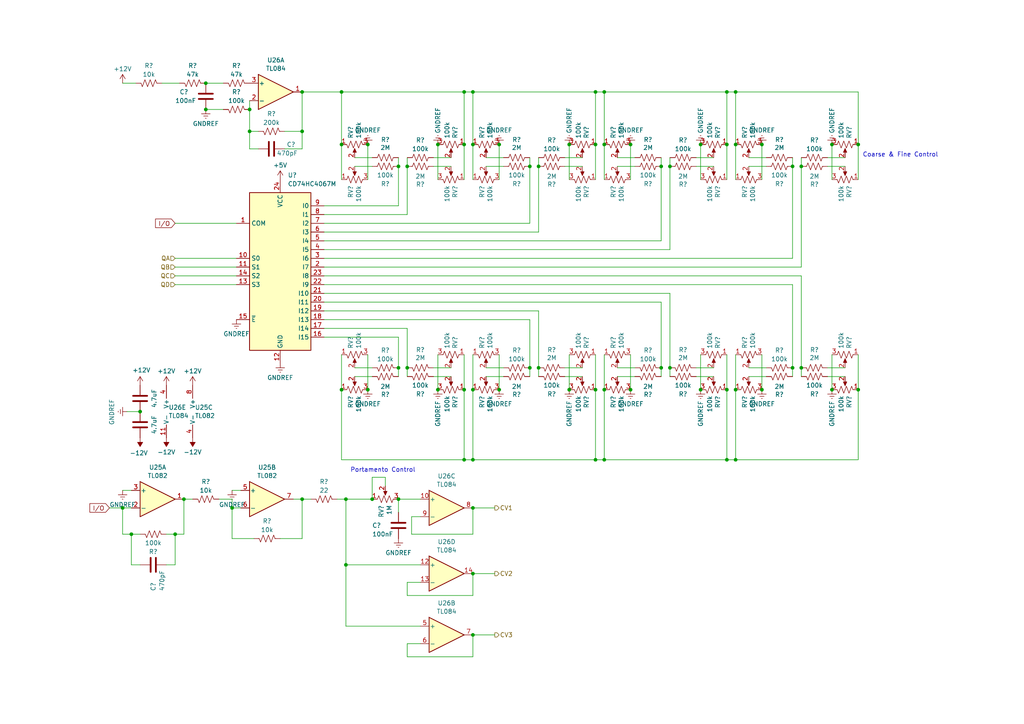
<source format=kicad_sch>
(kicad_sch (version 20230121) (generator eeschema)
  (paper "A4")
  (junction (at 248.92 113.03))
  (junction (at 106.68 41.91))
  (junction (at 191.77 48.26))
  (junction (at 165.1 113.03))
  (junction (at 137.16 166.37))
  (junction (at 144.78 41.91))
  (junction (at 134.62 133.35))
  (junction (at 137.16 41.91))
  (junction (at 137.16 184.15))
  (junction (at 220.98 41.91))
  (junction (at 210.82 113.03))
  (junction (at 99.06 113.03))
  (junction (at 213.36 41.91))
  (junction (at 87.63 26.67))
  (junction (at 175.26 113.03))
  (junction (at 115.57 144.78))
  (junction (at 115.57 106.68))
  (junction (at 229.87 48.26))
  (junction (at 127 41.91))
  (junction (at 172.72 113.03))
  (junction (at 172.72 26.67))
  (junction (at 99.06 41.91))
  (junction (at 203.2 113.03))
  (junction (at 194.31 106.68))
  (junction (at 172.72 41.91))
  (junction (at 134.62 41.91))
  (junction (at 137.16 113.03))
  (junction (at 106.68 113.03))
  (junction (at 137.16 133.35))
  (junction (at 241.3 41.91))
  (junction (at 175.26 41.91))
  (junction (at 87.63 144.78))
  (junction (at 107.95 144.78))
  (junction (at 248.92 41.91))
  (junction (at 59.69 24.13))
  (junction (at 137.16 26.67))
  (junction (at 153.67 48.26))
  (junction (at 182.88 41.91))
  (junction (at 134.62 113.03))
  (junction (at 210.82 26.67))
  (junction (at 165.1 41.91))
  (junction (at 194.31 48.26))
  (junction (at 220.98 113.03))
  (junction (at 229.87 106.68))
  (junction (at 203.2 41.91))
  (junction (at 38.1 154.94))
  (junction (at 50.8 154.94))
  (junction (at 118.11 48.26))
  (junction (at 87.63 38.1))
  (junction (at 156.21 48.26))
  (junction (at 153.67 106.68))
  (junction (at 59.69 31.75))
  (junction (at 127 113.03))
  (junction (at 232.41 48.26))
  (junction (at 67.31 147.32))
  (junction (at 182.88 113.03))
  (junction (at 175.26 26.67))
  (junction (at 115.57 48.26))
  (junction (at 134.62 26.67))
  (junction (at 156.21 106.68))
  (junction (at 118.11 106.68))
  (junction (at 241.3 113.03))
  (junction (at 232.41 106.68))
  (junction (at 100.33 144.78))
  (junction (at 72.39 31.75))
  (junction (at 210.82 133.35))
  (junction (at 72.39 38.1))
  (junction (at 210.82 41.91))
  (junction (at 100.33 163.83))
  (junction (at 172.72 133.35))
  (junction (at 191.77 106.68))
  (junction (at 99.06 26.67))
  (junction (at 175.26 133.35))
  (junction (at 213.36 133.35))
  (junction (at 213.36 26.67))
  (junction (at 144.78 113.03))
  (junction (at 40.64 119.38))
  (junction (at 213.36 113.03))
  (junction (at 137.16 147.32))
  (junction (at 35.56 147.32))
  (junction (at 53.34 144.78))
  (wire (pts (xy 201.93 45.72) (xy 207.01 45.72)))
  (wire (pts (xy 229.87 48.26) (xy 229.87 74.93)))
  (wire (pts (xy 50.8 163.83) (xy 50.8 154.94)))
  (wire (pts (xy 115.57 59.69) (xy 115.57 48.26)))
  (wire (pts (xy 194.31 45.72) (xy 194.31 48.26)))
  (wire (pts (xy 172.72 41.91) (xy 172.72 52.07)))
  (wire (pts (xy 115.57 106.68) (xy 115.57 109.22)))
  (wire (pts (xy 115.57 148.59) (xy 115.57 144.78)))
  (wire (pts (xy 134.62 113.03) (xy 134.62 102.87)))
  (wire (pts (xy 119.38 149.86) (xy 121.92 149.86)))
  (wire (pts (xy 118.11 109.22) (xy 118.11 106.68)))
  (wire (pts (xy 137.16 172.72) (xy 137.16 166.37)))
  (wire (pts (xy 220.98 102.87) (xy 220.98 113.03)))
  (wire (pts (xy 241.3 41.91) (xy 241.3 52.07)))
  (wire (pts (xy 87.63 43.18) (xy 87.63 38.1)))
  (wire (pts (xy 156.21 45.72) (xy 156.21 48.26)))
  (wire (pts (xy 99.06 26.67) (xy 134.62 26.67)))
  (wire (pts (xy 99.06 133.35) (xy 134.62 133.35)))
  (wire (pts (xy 99.06 41.91) (xy 99.06 26.67)))
  (wire (pts (xy 87.63 26.67) (xy 99.06 26.67)))
  (wire (pts (xy 35.56 142.24) (xy 38.1 142.24)))
  (wire (pts (xy 48.26 154.94) (xy 50.8 154.94)))
  (wire (pts (xy 74.93 43.18) (xy 72.39 43.18)))
  (wire (pts (xy 134.62 41.91) (xy 134.62 52.07)))
  (wire (pts (xy 172.72 26.67) (xy 175.26 26.67)))
  (wire (pts (xy 232.41 109.22) (xy 232.41 106.68)))
  (wire (pts (xy 201.93 48.26) (xy 207.01 48.26)))
  (wire (pts (xy 121.92 186.69) (xy 118.11 186.69)))
  (wire (pts (xy 184.15 45.72) (xy 179.07 45.72)))
  (wire (pts (xy 118.11 45.72) (xy 118.11 48.26)))
  (wire (pts (xy 38.1 154.94) (xy 38.1 163.83)))
  (wire (pts (xy 115.57 144.78) (xy 121.92 144.78)))
  (wire (pts (xy 107.95 109.22) (xy 102.87 109.22)))
  (wire (pts (xy 191.77 106.68) (xy 191.77 109.22)))
  (wire (pts (xy 93.98 97.79) (xy 115.57 97.79)))
  (wire (pts (xy 50.8 154.94) (xy 53.34 154.94)))
  (wire (pts (xy 213.36 26.67) (xy 248.92 26.67)))
  (wire (pts (xy 153.67 106.68) (xy 153.67 109.22)))
  (wire (pts (xy 229.87 106.68) (xy 229.87 82.55)))
  (wire (pts (xy 50.8 74.93) (xy 68.58 74.93)))
  (wire (pts (xy 191.77 48.26) (xy 191.77 69.85)))
  (wire (pts (xy 125.73 109.22) (xy 130.81 109.22)))
  (wire (pts (xy 203.2 41.91) (xy 203.2 52.07)))
  (wire (pts (xy 127 113.03) (xy 127 102.87)))
  (wire (pts (xy 137.16 133.35) (xy 172.72 133.35)))
  (wire (pts (xy 232.41 45.72) (xy 232.41 48.26)))
  (wire (pts (xy 165.1 41.91) (xy 165.1 52.07)))
  (wire (pts (xy 175.26 52.07) (xy 175.26 41.91)))
  (wire (pts (xy 232.41 106.68) (xy 232.41 80.01)))
  (wire (pts (xy 184.15 109.22) (xy 179.07 109.22)))
  (wire (pts (xy 50.8 82.55) (xy 68.58 82.55)))
  (wire (pts (xy 156.21 109.22) (xy 156.21 106.68)))
  (wire (pts (xy 48.26 163.83) (xy 50.8 163.83)))
  (wire (pts (xy 191.77 106.68) (xy 191.77 87.63)))
  (wire (pts (xy 31.75 147.32) (xy 35.56 147.32)))
  (wire (pts (xy 97.79 144.78) (xy 100.33 144.78)))
  (wire (pts (xy 184.15 48.26) (xy 179.07 48.26)))
  (wire (pts (xy 93.98 87.63) (xy 191.77 87.63)))
  (wire (pts (xy 134.62 26.67) (xy 137.16 26.67)))
  (wire (pts (xy 107.95 138.43) (xy 107.95 144.78)))
  (wire (pts (xy 53.34 144.78) (xy 55.88 144.78)))
  (wire (pts (xy 99.06 102.87) (xy 99.06 113.03)))
  (wire (pts (xy 67.31 142.24) (xy 69.85 142.24)))
  (wire (pts (xy 222.25 48.26) (xy 217.17 48.26)))
  (wire (pts (xy 100.33 163.83) (xy 100.33 144.78)))
  (wire (pts (xy 172.72 113.03) (xy 172.72 102.87)))
  (wire (pts (xy 194.31 48.26) (xy 194.31 72.39)))
  (wire (pts (xy 35.56 154.94) (xy 35.56 147.32)))
  (wire (pts (xy 146.05 45.72) (xy 140.97 45.72)))
  (wire (pts (xy 121.92 168.91) (xy 118.11 168.91)))
  (wire (pts (xy 156.21 48.26) (xy 156.21 67.31)))
  (wire (pts (xy 93.98 82.55) (xy 229.87 82.55)))
  (wire (pts (xy 67.31 144.78) (xy 63.5 144.78)))
  (wire (pts (xy 165.1 113.03) (xy 165.1 102.87)))
  (wire (pts (xy 232.41 48.26) (xy 232.41 77.47)))
  (wire (pts (xy 232.41 77.47) (xy 93.98 77.47)))
  (wire (pts (xy 93.98 85.09) (xy 194.31 85.09)))
  (wire (pts (xy 240.03 48.26) (xy 245.11 48.26)))
  (wire (pts (xy 100.33 144.78) (xy 107.95 144.78)))
  (wire (pts (xy 248.92 41.91) (xy 248.92 52.07)))
  (wire (pts (xy 213.36 133.35) (xy 213.36 113.03)))
  (wire (pts (xy 134.62 133.35) (xy 134.62 113.03)))
  (wire (pts (xy 93.98 69.85) (xy 191.77 69.85)))
  (wire (pts (xy 87.63 156.21) (xy 87.63 144.78)))
  (wire (pts (xy 137.16 184.15) (xy 143.51 184.15)))
  (wire (pts (xy 248.92 113.03) (xy 248.92 102.87)))
  (wire (pts (xy 40.64 154.94) (xy 38.1 154.94)))
  (wire (pts (xy 182.88 102.87) (xy 182.88 113.03)))
  (wire (pts (xy 118.11 190.5) (xy 137.16 190.5)))
  (wire (pts (xy 107.95 106.68) (xy 102.87 106.68)))
  (wire (pts (xy 93.98 92.71) (xy 153.67 92.71)))
  (wire (pts (xy 50.8 64.77) (xy 68.58 64.77)))
  (wire (pts (xy 184.15 106.68) (xy 179.07 106.68)))
  (wire (pts (xy 107.95 45.72) (xy 102.87 45.72)))
  (wire (pts (xy 115.57 48.26) (xy 115.57 45.72)))
  (wire (pts (xy 125.73 48.26) (xy 130.81 48.26)))
  (wire (pts (xy 125.73 45.72) (xy 130.81 45.72)))
  (wire (pts (xy 36.83 119.38) (xy 40.64 119.38)))
  (wire (pts (xy 72.39 43.18) (xy 72.39 38.1)))
  (wire (pts (xy 137.16 154.94) (xy 137.16 147.32)))
  (wire (pts (xy 229.87 48.26) (xy 229.87 45.72)))
  (wire (pts (xy 210.82 113.03) (xy 210.82 102.87)))
  (wire (pts (xy 175.26 26.67) (xy 210.82 26.67)))
  (wire (pts (xy 240.03 45.72) (xy 245.11 45.72)))
  (wire (pts (xy 137.16 26.67) (xy 137.16 41.91)))
  (wire (pts (xy 153.67 48.26) (xy 153.67 45.72)))
  (wire (pts (xy 59.69 31.75) (xy 64.77 31.75)))
  (wire (pts (xy 111.76 140.97) (xy 111.76 138.43)))
  (wire (pts (xy 240.03 106.68) (xy 245.11 106.68)))
  (wire (pts (xy 107.95 48.26) (xy 102.87 48.26)))
  (wire (pts (xy 87.63 144.78) (xy 90.17 144.78)))
  (wire (pts (xy 67.31 156.21) (xy 67.31 147.32)))
  (wire (pts (xy 121.92 181.61) (xy 100.33 181.61)))
  (wire (pts (xy 93.98 90.17) (xy 156.21 90.17)))
  (wire (pts (xy 137.16 113.03) (xy 137.16 133.35)))
  (wire (pts (xy 232.41 80.01) (xy 93.98 80.01)))
  (wire (pts (xy 137.16 102.87) (xy 137.16 113.03)))
  (wire (pts (xy 191.77 48.26) (xy 191.77 45.72)))
  (wire (pts (xy 73.66 156.21) (xy 67.31 156.21)))
  (wire (pts (xy 106.68 102.87) (xy 106.68 113.03)))
  (wire (pts (xy 248.92 113.03) (xy 248.92 133.35)))
  (wire (pts (xy 134.62 133.35) (xy 137.16 133.35)))
  (wire (pts (xy 201.93 109.22) (xy 207.01 109.22)))
  (wire (pts (xy 210.82 133.35) (xy 210.82 113.03)))
  (wire (pts (xy 175.26 26.67) (xy 175.26 41.91)))
  (wire (pts (xy 115.57 97.79) (xy 115.57 106.68)))
  (wire (pts (xy 118.11 168.91) (xy 118.11 172.72)))
  (wire (pts (xy 153.67 48.26) (xy 153.67 64.77)))
  (wire (pts (xy 210.82 41.91) (xy 210.82 52.07)))
  (wire (pts (xy 248.92 26.67) (xy 248.92 41.91)))
  (wire (pts (xy 40.64 163.83) (xy 38.1 163.83)))
  (wire (pts (xy 74.93 38.1) (xy 72.39 38.1)))
  (wire (pts (xy 175.26 133.35) (xy 175.26 113.03)))
  (wire (pts (xy 137.16 52.07) (xy 137.16 41.91)))
  (wire (pts (xy 201.93 106.68) (xy 207.01 106.68)))
  (wire (pts (xy 72.39 31.75) (xy 72.39 29.21)))
  (wire (pts (xy 213.36 26.67) (xy 213.36 41.91)))
  (wire (pts (xy 222.25 45.72) (xy 217.17 45.72)))
  (wire (pts (xy 100.33 181.61) (xy 100.33 163.83)))
  (wire (pts (xy 137.16 190.5) (xy 137.16 184.15)))
  (wire (pts (xy 213.36 52.07) (xy 213.36 41.91)))
  (wire (pts (xy 35.56 147.32) (xy 38.1 147.32)))
  (wire (pts (xy 137.16 147.32) (xy 143.51 147.32)))
  (wire (pts (xy 67.31 147.32) (xy 69.85 147.32)))
  (wire (pts (xy 210.82 26.67) (xy 210.82 41.91)))
  (wire (pts (xy 111.76 138.43) (xy 107.95 138.43)))
  (wire (pts (xy 121.92 163.83) (xy 100.33 163.83)))
  (wire (pts (xy 222.25 106.68) (xy 217.17 106.68)))
  (wire (pts (xy 229.87 106.68) (xy 229.87 109.22)))
  (wire (pts (xy 46.99 24.13) (xy 52.07 24.13)))
  (wire (pts (xy 106.68 52.07) (xy 106.68 41.91)))
  (wire (pts (xy 220.98 52.07) (xy 220.98 41.91)))
  (wire (pts (xy 146.05 48.26) (xy 140.97 48.26)))
  (wire (pts (xy 127 41.91) (xy 127 52.07)))
  (wire (pts (xy 144.78 52.07) (xy 144.78 41.91)))
  (wire (pts (xy 153.67 106.68) (xy 153.67 92.71)))
  (wire (pts (xy 213.36 133.35) (xy 248.92 133.35)))
  (wire (pts (xy 146.05 106.68) (xy 140.97 106.68)))
  (wire (pts (xy 93.98 74.93) (xy 229.87 74.93)))
  (wire (pts (xy 194.31 106.68) (xy 194.31 85.09)))
  (wire (pts (xy 172.72 26.67) (xy 172.72 41.91)))
  (wire (pts (xy 118.11 95.25) (xy 118.11 106.68)))
  (wire (pts (xy 182.88 52.07) (xy 182.88 41.91)))
  (wire (pts (xy 93.98 72.39) (xy 194.31 72.39)))
  (wire (pts (xy 175.26 102.87) (xy 175.26 113.03)))
  (wire (pts (xy 38.1 154.94) (xy 35.56 154.94)))
  (wire (pts (xy 119.38 149.86) (xy 119.38 154.94)))
  (wire (pts (xy 203.2 113.03) (xy 203.2 102.87)))
  (wire (pts (xy 72.39 31.75) (xy 72.39 38.1)))
  (wire (pts (xy 213.36 102.87) (xy 213.36 113.03)))
  (wire (pts (xy 119.38 154.94) (xy 137.16 154.94)))
  (wire (pts (xy 118.11 172.72) (xy 137.16 172.72)))
  (wire (pts (xy 172.72 133.35) (xy 175.26 133.35)))
  (wire (pts (xy 210.82 133.35) (xy 213.36 133.35)))
  (wire (pts (xy 241.3 113.03) (xy 241.3 102.87)))
  (wire (pts (xy 163.83 106.68) (xy 168.91 106.68)))
  (wire (pts (xy 93.98 95.25) (xy 118.11 95.25)))
  (wire (pts (xy 50.8 80.01) (xy 68.58 80.01)))
  (wire (pts (xy 118.11 62.23) (xy 118.11 48.26)))
  (wire (pts (xy 35.56 24.13) (xy 39.37 24.13)))
  (wire (pts (xy 163.83 48.26) (xy 168.91 48.26)))
  (wire (pts (xy 172.72 133.35) (xy 172.72 113.03)))
  (wire (pts (xy 93.98 59.69) (xy 115.57 59.69)))
  (wire (pts (xy 93.98 62.23) (xy 118.11 62.23)))
  (wire (pts (xy 137.16 166.37) (xy 143.51 166.37)))
  (wire (pts (xy 163.83 109.22) (xy 168.91 109.22)))
  (wire (pts (xy 210.82 26.67) (xy 213.36 26.67)))
  (wire (pts (xy 194.31 109.22) (xy 194.31 106.68)))
  (wire (pts (xy 67.31 147.32) (xy 67.31 144.78)))
  (wire (pts (xy 240.03 109.22) (xy 245.11 109.22)))
  (wire (pts (xy 82.55 43.18) (xy 87.63 43.18)))
  (wire (pts (xy 156.21 106.68) (xy 156.21 90.17)))
  (wire (pts (xy 87.63 144.78) (xy 85.09 144.78)))
  (wire (pts (xy 163.83 45.72) (xy 168.91 45.72)))
  (wire (pts (xy 50.8 77.47) (xy 68.58 77.47)))
  (wire (pts (xy 175.26 133.35) (xy 210.82 133.35)))
  (wire (pts (xy 118.11 186.69) (xy 118.11 190.5)))
  (wire (pts (xy 146.05 109.22) (xy 140.97 109.22)))
  (wire (pts (xy 81.28 156.21) (xy 87.63 156.21)))
  (wire (pts (xy 137.16 26.67) (xy 172.72 26.67)))
  (wire (pts (xy 99.06 52.07) (xy 99.06 41.91)))
  (wire (pts (xy 222.25 109.22) (xy 217.17 109.22)))
  (wire (pts (xy 59.69 24.13) (xy 64.77 24.13)))
  (wire (pts (xy 82.55 38.1) (xy 87.63 38.1)))
  (wire (pts (xy 144.78 102.87) (xy 144.78 113.03)))
  (wire (pts (xy 125.73 106.68) (xy 130.81 106.68)))
  (wire (pts (xy 93.98 64.77) (xy 153.67 64.77)))
  (wire (pts (xy 87.63 38.1) (xy 87.63 26.67)))
  (wire (pts (xy 53.34 144.78) (xy 53.34 154.94)))
  (wire (pts (xy 134.62 26.67) (xy 134.62 41.91)))
  (wire (pts (xy 99.06 113.03) (xy 99.06 133.35)))
  (wire (pts (xy 93.98 67.31) (xy 156.21 67.31)))
  (text "Coarse & Fine Control" (at 250.19 45.72 0) (effects (font (size 1.27 1.27)) (justify left bottom)))
  (text "Portamento Control\n" (at 101.6 137.16 0) (effects (font (size 1.27 1.27)) (justify left bottom)))
  (global_label "I{slash}O" (shape input) (at 50.8 64.77 180) (property "Intersheetrefs" "${INTERSHEET_REFS}" (effects hide)))
  (global_label "I{slash}O" (shape input) (at 31.75 147.32 180) (property "Intersheetrefs" "${INTERSHEET_REFS}" (effects hide)))
  (hierarchical_label "CV2" (shape output) (at 143.51 166.37 0))
  (hierarchical_label "CV3" (shape output) (at 143.51 184.15 0))
  (hierarchical_label "QD" (shape input) (at 50.8 82.55 180))
  (hierarchical_label "CV1" (shape output) (at 143.51 147.32 0))
  (hierarchical_label "QA" (shape input) (at 50.8 74.93 180))
  (hierarchical_label "QC" (shape input) (at 50.8 80.01 180))
  (hierarchical_label "QB" (shape input) (at 50.8 77.47 180))
  (symbol (lib_id "power:+12V") (at 48.26 111.76 0) (unit 1)
    (property "Reference" "#PWR0295" (effects hide))
    (property "Value" "+12V" (at 48.26 107.6269 0))
  )
  (symbol (lib_id "SynthProj-rescue:R_POT_US-Device") (at 207.01 102.87 270) (unit 1)
    (property "Reference" "RV?" (at 208.1784 101.1682 0) (effects (justify right)))
    (property "Value" "100k" (at 205.867 101.1682 0) (effects (justify right)))
    (property "Footprint" "Potentiometer_THT:Potentiometer_Alps_RK09K_Single_Vertical" (effects hide))
    (instances (project "SoundLab16StepSequencer" (path "" (reference "RV?") (unit 1))) (project "SynthProj" (path "" (reference "RV?") (unit 1)) (path "" (reference "RV?") (unit 1)) (path "" (reference "RV?") (unit 1)) (path "" (reference "RV64") (unit 1))))
  )
  (symbol (lib_id "SynthProj-rescue:R_POT_US-Device") (at 179.07 102.87 90) (mirror x) (unit 1)
    (property "Reference" "RV?" (at 177.9016 101.1682 0) (effects (justify right)))
    (property "Value" "100k" (at 180.213 101.1682 0) (effects (justify right)))
    (property "Footprint" "Potentiometer_THT:Potentiometer_Alps_RK09K_Single_Vertical" (effects hide))
    (instances (project "SoundLab16StepSequencer" (path "" (reference "RV?") (unit 1))) (project "SynthProj" (path "" (reference "RV?") (unit 1)) (path "" (reference "RV?") (unit 1)) (path "" (reference "RV?") (unit 1)) (path "" (reference "RV60") (unit 1))))
  )
  (symbol (lib_id "power:GNDREF") (at 115.57 156.21 0) (mirror y) (unit 1)
    (property "Reference" "#PWR0306" (effects hide))
    (property "Value" "GNDREF" (at 115.57 160.3431 0))
  )
  (symbol (lib_id "Device:R_US") (at 160.02 45.72 90) (unit 1)
    (property "Reference" "R?" (at 160.02 40.64 90))
    (property "Value" "100k" (at 160.02 43.18 90))
    (property "Footprint" "Resistor_SMD:R_0603_1608Metric" (effects hide))
    (instances (project "SoundLab16StepSequencer" (path "" (reference "R?") (unit 1))) (project "SynthProj" (path "" (reference "R?") (unit 1)) (path "" (reference "R?") (unit 1)) (path "" (reference "R243") (unit 1))))
  )
  (symbol (lib_id "Device:C") (at 40.64 115.57 180) (unit 1)
    (property "Reference" "C?" (effects hide))
    (property "Value" "4.7uF" (at 44.7294 115.57 90))
    (property "Footprint" "Capacitor_SMD:C_0805_2012Metric" (effects hide))
    (instances (project "SoundLab16StepSequencer" (path "" (reference "C?") (unit 1))) (project "SynthProj" (path "" (reference "C?") (unit 1)) (path "" (reference "C129") (unit 1))))
  )
  (symbol (lib_id "74xx:CD74HC4067M") (at 81.28 77.47 0) (unit 1)
    (property "Reference" "U?" (at 83.4741 50.8 0) (effects (justify left)))
    (property "Value" "CD74HC4067M" (at 83.4741 53.34 0) (effects (justify left)))
    (property "Footprint" "Package_SO:SOIC-24W_7.5x15.4mm_P1.27mm" (effects hide))
    (property "Datasheet" "http://www.ti.com/lit/ds/symlink/cd74hc4067.pdf" (effects hide))
    (instances (project "SoundLab16StepSequencer" (path "" (reference "U?") (unit 1))) (project "AnalogTestBoard2" (path "" (reference "U?") (unit 1))) (project "SynthProj" (path "" (reference "U27") (unit 1))))
  )
  (symbol (lib_id "Device:R_US") (at 149.86 109.22 270) (mirror x) (unit 1)
    (property "Reference" "R?" (at 149.86 114.427 90))
    (property "Value" "2M" (at 149.86 112.1156 90))
    (property "Footprint" "Resistor_SMD:R_0603_1608Metric" (effects hide))
    (instances (project "SoundLab16StepSequencer" (path "" (reference "R?") (unit 1))) (project "SynthProj" (path "" (reference "R?") (unit 1)) (path "" (reference "R?") (unit 1)) (path "" (reference "R242") (unit 1))))
  )
  (symbol (lib_id "Amplifier_Operational:TL084") (at 129.54 166.37 0) (unit 4)
    (property "Reference" "U26" (at 129.54 157.1457 0))
    (property "Value" "TL084" (at 129.54 159.5699 0))
    (property "Footprint" "Package_SO:SO-14_3.9x8.65mm_P1.27mm" (effects hide))
    (property "Datasheet" "http://www.ti.com/lit/ds/symlink/tl081.pdf" (effects hide))
  )
  (symbol (lib_id "Device:R_US") (at 43.18 24.13 270) (mirror x) (unit 1)
    (property "Reference" "R?" (at 43.18 19.05 90))
    (property "Value" "10k" (at 43.18 21.59 90))
    (property "Footprint" "Resistor_SMD:R_0603_1608Metric" (effects hide))
    (instances (project "SoundLab16StepSequencer" (path "" (reference "R?") (unit 1))) (project "SynthProj" (path "" (reference "R?") (unit 1)) (path "" (reference "R?") (unit 1)) (path "" (reference "R222") (unit 1))))
  )
  (symbol (lib_id "power:GNDREF") (at 106.68 113.03 0) (mirror y) (unit 1)
    (property "Reference" "#PWR0305" (effects hide))
    (property "Value" "GNDREF" (at 106.68 117.1631 0))
  )
  (symbol (lib_id "SynthProj-rescue:R_POT_US-Device") (at 102.87 52.07 90) (unit 1)
    (property "Reference" "RV?" (at 101.7016 53.7718 0) (effects (justify right)))
    (property "Value" "100k" (at 104.013 53.7718 0) (effects (justify right)))
    (property "Footprint" "Potentiometer_THT:Potentiometer_Alps_RK09K_Single_Vertical" (effects hide))
    (instances (project "SoundLab16StepSequencer" (path "" (reference "RV?") (unit 1))) (project "SynthProj" (path "" (reference "RV?") (unit 1)) (path "" (reference "RV?") (unit 1)) (path "" (reference "RV?") (unit 1)) (path "" (reference "RV42") (unit 1))))
  )
  (symbol (lib_id "SynthProj-rescue:R_POT_US-Device") (at 168.91 102.87 270) (unit 1)
    (property "Reference" "RV?" (at 170.0784 101.1682 0) (effects (justify right)))
    (property "Value" "100k" (at 167.767 101.1682 0) (effects (justify right)))
    (property "Footprint" "Potentiometer_THT:Potentiometer_Alps_RK09K_Single_Vertical" (effects hide))
    (instances (project "SoundLab16StepSequencer" (path "" (reference "RV?") (unit 1))) (project "SynthProj" (path "" (reference "RV?") (unit 1)) (path "" (reference "RV?") (unit 1)) (path "" (reference "RV?") (unit 1)) (path "" (reference "RV56") (unit 1))))
  )
  (symbol (lib_id "power:+12V") (at 55.88 111.76 0) (unit 1)
    (property "Reference" "#PWR0297" (effects hide))
    (property "Value" "+12V" (at 55.88 107.6269 0))
  )
  (symbol (lib_id "Amplifier_Operational:TL082") (at 45.72 144.78 0) (unit 1)
    (property "Reference" "U25" (at 45.72 135.5557 0))
    (property "Value" "TL082" (at 45.72 137.9799 0))
    (property "Footprint" "Package_SO:SOIC-8_3.9x4.9mm_P1.27mm" (effects hide))
    (property "Datasheet" "http://www.ti.com/lit/ds/symlink/tl081.pdf" (effects hide))
  )
  (symbol (lib_id "Device:R_US") (at 111.76 48.26 270) (unit 1)
    (property "Reference" "R?" (at 111.76 53.34 90))
    (property "Value" "100k" (at 111.76 50.8 90))
    (property "Footprint" "Resistor_SMD:R_0603_1608Metric" (effects hide))
    (instances (project "SoundLab16StepSequencer" (path "" (reference "R?") (unit 1))) (project "SynthProj" (path "" (reference "R?") (unit 1)) (path "" (reference "R?") (unit 1)) (path "" (reference "R232") (unit 1))))
  )
  (symbol (lib_id "power:GNDREF") (at 127 41.91 180) (unit 1)
    (property "Reference" "#PWR0307" (effects hide))
    (property "Value" "GNDREF" (at 127 38.735 90) (effects (justify right)))
  )
  (symbol (lib_id "power:-12V") (at 55.88 127 180) (unit 1)
    (property "Reference" "#PWR0298" (effects hide))
    (property "Value" "-12V" (at 55.88 131.1331 0))
  )
  (symbol (lib_id "SynthProj-rescue:R_POT_US-Device") (at 130.81 52.07 270) (mirror x) (unit 1)
    (property "Reference" "RV?" (at 131.9784 53.7718 0) (effects (justify right)))
    (property "Value" "100k" (at 129.667 53.7718 0) (effects (justify right)))
    (property "Footprint" "Potentiometer_THT:Potentiometer_Alps_RK09K_Single_Vertical" (effects hide))
    (instances (project "SoundLab16StepSequencer" (path "" (reference "RV?") (unit 1))) (project "SynthProj" (path "" (reference "RV?") (unit 1)) (path "" (reference "RV?") (unit 1)) (path "" (reference "RV?") (unit 1)) (path "" (reference "RV47") (unit 1))))
  )
  (symbol (lib_id "SynthProj-rescue:R_POT_US-Device") (at 217.17 41.91 90) (mirror x) (unit 1)
    (property "Reference" "RV?" (at 216.0016 40.2082 0) (effects (justify right)))
    (property "Value" "100k" (at 218.313 40.2082 0) (effects (justify right)))
    (property "Footprint" "Potentiometer_THT:Potentiometer_Alps_RK09K_Single_Vertical" (effects hide))
    (instances (project "SoundLab16StepSequencer" (path "" (reference "RV?") (unit 1))) (project "SynthProj" (path "" (reference "RV?") (unit 1)) (path "" (reference "RV?") (unit 1)) (path "" (reference "RV?") (unit 1)) (path "" (reference "RV66") (unit 1))))
  )
  (symbol (lib_id "Amplifier_Operational:TL084") (at 129.54 147.32 0) (unit 3)
    (property "Reference" "U26" (at 129.54 138.0957 0))
    (property "Value" "TL084" (at 129.54 140.5199 0))
    (property "Footprint" "Package_SO:SO-14_3.9x8.65mm_P1.27mm" (effects hide))
    (property "Datasheet" "http://www.ti.com/lit/ds/symlink/tl081.pdf" (effects hide))
  )
  (symbol (lib_id "Device:R_US") (at 187.96 45.72 270) (unit 1)
    (property "Reference" "R?" (at 187.96 40.513 90))
    (property "Value" "2M" (at 187.96 42.8244 90))
    (property "Footprint" "Resistor_SMD:R_0603_1608Metric" (effects hide))
    (instances (project "SoundLab16StepSequencer" (path "" (reference "R?") (unit 1))) (project "SynthProj" (path "" (reference "R?") (unit 1)) (path "" (reference "R?") (unit 1)) (path "" (reference "R247") (unit 1))))
  )
  (symbol (lib_id "Device:R_US") (at 198.12 109.22 90) (mirror x) (unit 1)
    (property "Reference" "R?" (at 198.12 114.3 90))
    (property "Value" "100k" (at 198.12 111.76 90))
    (property "Footprint" "Resistor_SMD:R_0603_1608Metric" (effects hide))
    (instances (project "SoundLab16StepSequencer" (path "" (reference "R?") (unit 1))) (project "SynthProj" (path "" (reference "R?") (unit 1)) (path "" (reference "R?") (unit 1)) (path "" (reference "R254") (unit 1))))
  )
  (symbol (lib_id "Device:C") (at 115.57 152.4 0) (unit 1)
    (property "Reference" "C?" (at 107.95 152.4 0) (effects (justify left)))
    (property "Value" "100nF" (at 107.95 154.94 0) (effects (justify left)))
    (property "Footprint" "Capacitor_SMD:C_0603_1608Metric" (effects hide))
    (instances (project "SoundLab16StepSequencer" (path "" (reference "C?") (unit 1))) (project "SynthProj" (path "" (reference "C?") (unit 1)) (path "" (reference "C?") (unit 1)) (path "" (reference "C134") (unit 1))))
  )
  (symbol (lib_id "SynthProj-rescue:R_POT_US-Device") (at 140.97 41.91 90) (mirror x) (unit 1)
    (property "Reference" "RV?" (at 139.8016 40.2082 0) (effects (justify right)))
    (property "Value" "100k" (at 142.113 40.2082 0) (effects (justify right)))
    (property "Footprint" "Potentiometer_THT:Potentiometer_Alps_RK09K_Single_Vertical" (effects hide))
    (instances (project "SoundLab16StepSequencer" (path "" (reference "RV?") (unit 1))) (project "SynthProj" (path "" (reference "RV?") (unit 1)) (path "" (reference "RV?") (unit 1)) (path "" (reference "RV?") (unit 1)) (path "" (reference "RV50") (unit 1))))
  )
  (symbol (lib_id "Device:R_US") (at 78.74 38.1 270) (mirror x) (unit 1)
    (property "Reference" "R?" (at 78.74 33.02 90))
    (property "Value" "200k" (at 78.74 35.56 90))
    (property "Footprint" "Resistor_SMD:R_0603_1608Metric" (effects hide))
    (instances (project "SoundLab16StepSequencer" (path "" (reference "R?") (unit 1))) (project "SynthProj" (path "" (reference "R?") (unit 1)) (path "" (reference "R?") (unit 1)) (path "" (reference "R229") (unit 1))))
  )
  (symbol (lib_id "SynthProj-rescue:R_POT_US-Device") (at 179.07 41.91 90) (mirror x) (unit 1)
    (property "Reference" "RV?" (at 177.9016 40.2082 0) (effects (justify right)))
    (property "Value" "100k" (at 180.213 40.2082 0) (effects (justify right)))
    (property "Footprint" "Potentiometer_THT:Potentiometer_Alps_RK09K_Single_Vertical" (effects hide))
    (instances (project "SoundLab16StepSequencer" (path "" (reference "RV?") (unit 1))) (project "SynthProj" (path "" (reference "RV?") (unit 1)) (path "" (reference "RV?") (unit 1)) (path "" (reference "RV?") (unit 1)) (path "" (reference "RV58") (unit 1))))
  )
  (symbol (lib_id "Device:R_US") (at 93.98 144.78 270) (mirror x) (unit 1)
    (property "Reference" "R?" (at 93.98 139.7 90))
    (property "Value" "22" (at 93.98 142.24 90))
    (property "Footprint" "Resistor_SMD:R_0603_1608Metric" (effects hide))
    (instances (project "SoundLab16StepSequencer" (path "" (reference "R?") (unit 1))) (project "SynthProj" (path "" (reference "R?") (unit 1)) (path "" (reference "R?") (unit 1)) (path "" (reference "R230") (unit 1))))
  )
  (symbol (lib_id "power:GNDREF") (at 35.56 142.24 0) (mirror y) (unit 1)
    (property "Reference" "#PWR0291" (effects hide))
    (property "Value" "GNDREF" (at 35.56 146.3731 0))
  )
  (symbol (lib_id "Amplifier_Operational:TL084") (at 50.8 119.38 0) (unit 5)
    (property "Reference" "U26" (at 48.895 118.1679 0) (effects (justify left)))
    (property "Value" "TL084" (at 48.895 120.5921 0) (effects (justify left)))
    (property "Footprint" "Package_SO:SO-14_3.9x8.65mm_P1.27mm" (effects hide))
    (property "Datasheet" "http://www.ti.com/lit/ds/symlink/tl081.pdf" (effects hide))
  )
  (symbol (lib_id "Device:R_US") (at 226.06 109.22 270) (mirror x) (unit 1)
    (property "Reference" "R?" (at 226.06 114.427 90))
    (property "Value" "2M" (at 226.06 112.1156 90))
    (property "Footprint" "Resistor_SMD:R_0603_1608Metric" (effects hide))
    (instances (project "SoundLab16StepSequencer" (path "" (reference "R?") (unit 1))) (project "SynthProj" (path "" (reference "R?") (unit 1)) (path "" (reference "R?") (unit 1)) (path "" (reference "R258") (unit 1))))
  )
  (symbol (lib_id "power:GNDREF") (at 36.83 119.38 270) (unit 1)
    (property "Reference" "#PWR?" (effects hide))
    (property "Value" "GNDREF" (at 32.4358 119.507 0))
    (instances (project "SoundLab16StepSequencer" (path "" (reference "#PWR?") (unit 1))) (project "SynthProj" (path "" (reference "#PWR?") (unit 1)) (path "" (reference "#PWR0292") (unit 1))))
  )
  (symbol (lib_id "Amplifier_Operational:TL082") (at 58.42 119.38 0) (unit 3)
    (property "Reference" "U25" (at 56.515 118.1679 0) (effects (justify left)))
    (property "Value" "TL082" (at 56.515 120.5921 0) (effects (justify left)))
    (property "Footprint" "Package_SO:SOIC-8_3.9x4.9mm_P1.27mm" (effects hide))
    (property "Datasheet" "http://www.ti.com/lit/ds/symlink/tl081.pdf" (effects hide))
  )
  (symbol (lib_id "SynthProj-rescue:R_POT_US-Device") (at 245.11 52.07 270) (mirror x) (unit 1)
    (property "Reference" "RV?" (at 246.2784 53.7718 0) (effects (justify right)))
    (property "Value" "100k" (at 243.967 53.7718 0) (effects (justify right)))
    (property "Footprint" "Potentiometer_THT:Potentiometer_Alps_RK09K_Single_Vertical" (effects hide))
    (instances (project "SoundLab16StepSequencer" (path "" (reference "RV?") (unit 1))) (project "SynthProj" (path "" (reference "RV?") (unit 1)) (path "" (reference "RV?") (unit 1)) (path "" (reference "RV?") (unit 1)) (path "" (reference "RV71") (unit 1))))
  )
  (symbol (lib_id "Device:R_US") (at 68.58 31.75 270) (mirror x) (unit 1)
    (property "Reference" "R?" (at 68.58 26.67 90))
    (property "Value" "100k" (at 68.58 29.21 90))
    (property "Footprint" "Resistor_SMD:R_0603_1608Metric" (effects hide))
    (instances (project "SoundLab16StepSequencer" (path "" (reference "R?") (unit 1))) (project "SynthProj" (path "" (reference "R?") (unit 1)) (path "" (reference "R?") (unit 1)) (path "" (reference "R227") (unit 1))))
  )
  (symbol (lib_id "power:GNDREF") (at 220.98 113.03 0) (mirror y) (unit 1)
    (property "Reference" "#PWR0318" (effects hide))
    (property "Value" "GNDREF" (at 220.98 117.1631 0))
  )
  (symbol (lib_id "SynthProj-rescue:R_POT_US-Device") (at 207.01 113.03 270) (mirror x) (unit 1)
    (property "Reference" "RV?" (at 208.1784 114.7318 0) (effects (justify right)))
    (property "Value" "100k" (at 205.867 114.7318 0) (effects (justify right)))
    (property "Footprint" "Potentiometer_THT:Potentiometer_Alps_RK09K_Single_Vertical" (effects hide))
    (instances (project "SoundLab16StepSequencer" (path "" (reference "RV?") (unit 1))) (project "SynthProj" (path "" (reference "RV?") (unit 1)) (path "" (reference "RV?") (unit 1)) (path "" (reference "RV?") (unit 1)) (path "" (reference "RV65") (unit 1))))
  )
  (symbol (lib_id "SynthProj-rescue:R_POT_US-Device") (at 140.97 113.03 90) (unit 1)
    (property "Reference" "RV?" (at 139.8016 114.7318 0) (effects (justify right)))
    (property "Value" "100k" (at 142.113 114.7318 0) (effects (justify right)))
    (property "Footprint" "Potentiometer_THT:Potentiometer_Alps_RK09K_Single_Vertical" (effects hide))
    (instances (project "SoundLab16StepSequencer" (path "" (reference "RV?") (unit 1))) (project "SynthProj" (path "" (reference "RV?") (unit 1)) (path "" (reference "RV?") (unit 1)) (path "" (reference "RV?") (unit 1)) (path "" (reference "RV53") (unit 1))))
  )
  (symbol (lib_id "power:GNDREF") (at 203.2 41.91 180) (unit 1)
    (property "Reference" "#PWR0315" (effects hide))
    (property "Value" "GNDREF" (at 203.2 38.735 90) (effects (justify right)))
  )
  (symbol (lib_id "power:GNDREF") (at 182.88 113.03 0) (mirror y) (unit 1)
    (property "Reference" "#PWR0314" (effects hide))
    (property "Value" "GNDREF" (at 182.88 117.1631 0))
  )
  (symbol (lib_id "SynthProj-rescue:R_POT_US-Device") (at 102.87 113.03 90) (unit 1)
    (property "Reference" "RV?" (at 101.7016 114.7318 0) (effects (justify right)))
    (property "Value" "100k" (at 104.013 114.7318 0) (effects (justify right)))
    (property "Footprint" "Potentiometer_THT:Potentiometer_Alps_RK09K_Single_Vertical" (effects hide))
    (instances (project "SoundLab16StepSequencer" (path "" (reference "RV?") (unit 1))) (project "SynthProj" (path "" (reference "RV?") (unit 1)) (path "" (reference "RV?") (unit 1)) (path "" (reference "RV?") (unit 1)) (path "" (reference "RV44") (unit 1))))
  )
  (symbol (lib_id "Device:R_US") (at 44.45 154.94 90) (mirror x) (unit 1)
    (property "Reference" "R?" (at 44.45 160.02 90))
    (property "Value" "100k" (at 44.45 157.48 90))
    (property "Footprint" "Resistor_SMD:R_0603_1608Metric" (effects hide))
    (instances (project "SoundLab16StepSequencer" (path "" (reference "R?") (unit 1))) (project "SynthProj" (path "" (reference "R?") (unit 1)) (path "" (reference "R?") (unit 1)) (path "" (reference "R223") (unit 1))))
  )
  (symbol (lib_id "Device:R_US") (at 160.02 106.68 90) (mirror x) (unit 1)
    (property "Reference" "R?" (at 160.02 101.473 90))
    (property "Value" "2M" (at 160.02 103.7844 90))
    (property "Footprint" "Resistor_SMD:R_0603_1608Metric" (effects hide))
    (instances (project "SoundLab16StepSequencer" (path "" (reference "R?") (unit 1))) (project "SynthProj" (path "" (reference "R?") (unit 1)) (path "" (reference "R?") (unit 1)) (path "" (reference "R245") (unit 1))))
  )
  (symbol (lib_id "power:GNDREF") (at 220.98 41.91 180) (unit 1)
    (property "Reference" "#PWR0317" (effects hide))
    (property "Value" "GNDREF" (at 220.98 37.7769 0))
  )
  (symbol (lib_id "Device:R_US") (at 198.12 45.72 90) (unit 1)
    (property "Reference" "R?" (at 198.12 40.64 90))
    (property "Value" "100k" (at 198.12 43.18 90))
    (property "Footprint" "Resistor_SMD:R_0603_1608Metric" (effects hide))
    (instances (project "SoundLab16StepSequencer" (path "" (reference "R?") (unit 1))) (project "SynthProj" (path "" (reference "R?") (unit 1)) (path "" (reference "R?") (unit 1)) (path "" (reference "R251") (unit 1))))
  )
  (symbol (lib_id "Device:R_US") (at 59.69 144.78 270) (mirror x) (unit 1)
    (property "Reference" "R?" (at 59.69 139.7 90))
    (property "Value" "10k" (at 59.69 142.24 90))
    (property "Footprint" "Resistor_SMD:R_0603_1608Metric" (effects hide))
    (instances (project "SoundLab16StepSequencer" (path "" (reference "R?") (unit 1))) (project "SynthProj" (path "" (reference "R?") (unit 1)) (path "" (reference "R?") (unit 1)) (path "" (reference "R225") (unit 1))))
  )
  (symbol (lib_id "Amplifier_Operational:TL084") (at 129.54 184.15 0) (unit 2)
    (property "Reference" "U26" (at 129.54 174.9257 0))
    (property "Value" "TL084" (at 129.54 177.3499 0))
    (property "Footprint" "Package_SO:SO-14_3.9x8.65mm_P1.27mm" (effects hide))
    (property "Datasheet" "http://www.ti.com/lit/ds/symlink/tl081.pdf" (effects hide))
  )
  (symbol (lib_id "SynthProj-rescue:R_POT_US-Device") (at 207.01 52.07 270) (mirror x) (unit 1)
    (property "Reference" "RV?" (at 208.1784 53.7718 0) (effects (justify right)))
    (property "Value" "100k" (at 205.867 53.7718 0) (effects (justify right)))
    (property "Footprint" "Potentiometer_THT:Potentiometer_Alps_RK09K_Single_Vertical" (effects hide))
    (instances (project "SoundLab16StepSequencer" (path "" (reference "RV?") (unit 1))) (project "SynthProj" (path "" (reference "RV?") (unit 1)) (path "" (reference "RV?") (unit 1)) (path "" (reference "RV?") (unit 1)) (path "" (reference "RV63") (unit 1))))
  )
  (symbol (lib_id "SynthProj-rescue:R_POT_US-Device") (at 102.87 102.87 90) (mirror x) (unit 1)
    (property "Reference" "RV?" (at 101.7016 101.1682 0) (effects (justify right)))
    (property "Value" "100k" (at 104.013 101.1682 0) (effects (justify right)))
    (property "Footprint" "Potentiometer_THT:Potentiometer_Alps_RK09K_Single_Vertical" (effects hide))
    (instances (project "SoundLab16StepSequencer" (path "" (reference "RV?") (unit 1))) (project "SynthProj" (path "" (reference "RV?") (unit 1)) (path "" (reference "RV?") (unit 1)) (path "" (reference "RV?") (unit 1)) (path "" (reference "RV43") (unit 1))))
  )
  (symbol (lib_id "Device:R_US") (at 198.12 106.68 90) (mirror x) (unit 1)
    (property "Reference" "R?" (at 198.12 101.473 90))
    (property "Value" "2M" (at 198.12 103.7844 90))
    (property "Footprint" "Resistor_SMD:R_0603_1608Metric" (effects hide))
    (instances (project "SoundLab16StepSequencer" (path "" (reference "R?") (unit 1))) (project "SynthProj" (path "" (reference "R?") (unit 1)) (path "" (reference "R?") (unit 1)) (path "" (reference "R253") (unit 1))))
  )
  (symbol (lib_id "Device:R_US") (at 68.58 24.13 270) (mirror x) (unit 1)
    (property "Reference" "R?" (at 68.58 19.05 90))
    (property "Value" "47k" (at 68.58 21.59 90))
    (property "Footprint" "Resistor_SMD:R_0603_1608Metric" (effects hide))
    (instances (project "SoundLab16StepSequencer" (path "" (reference "R?") (unit 1))) (project "SynthProj" (path "" (reference "R?") (unit 1)) (path "" (reference "R?") (unit 1)) (path "" (reference "R226") (unit 1))))
  )
  (symbol (lib_id "Device:R_US") (at 226.06 45.72 270) (unit 1)
    (property "Reference" "R?" (at 226.06 40.513 90))
    (property "Value" "2M" (at 226.06 42.8244 90))
    (property "Footprint" "Resistor_SMD:R_0603_1608Metric" (effects hide))
    (instances (project "SoundLab16StepSequencer" (path "" (reference "R?") (unit 1))) (project "SynthProj" (path "" (reference "R?") (unit 1)) (path "" (reference "R?") (unit 1)) (path "" (reference "R255") (unit 1))))
  )
  (symbol (lib_id "Device:C") (at 59.69 27.94 0) (unit 1)
    (property "Reference" "C?" (at 52.07 26.67 0) (effects (justify left)))
    (property "Value" "100nF" (at 50.8 29.21 0) (effects (justify left)))
    (property "Footprint" "Capacitor_SMD:C_0603_1608Metric" (effects hide))
    (instances (project "SoundLab16StepSequencer" (path "" (reference "C?") (unit 1))) (project "SynthProj" (path "" (reference "C?") (unit 1)) (path "" (reference "C?") (unit 1)) (path "" (reference "C132") (unit 1))))
  )
  (symbol (lib_id "Device:R_US") (at 236.22 45.72 90) (unit 1)
    (property "Reference" "R?" (at 236.22 40.64 90))
    (property "Value" "100k" (at 236.22 43.18 90))
    (property "Footprint" "Resistor_SMD:R_0603_1608Metric" (effects hide))
    (instances (project "SoundLab16StepSequencer" (path "" (reference "R?") (unit 1))) (project "SynthProj" (path "" (reference "R?") (unit 1)) (path "" (reference "R?") (unit 1)) (path "" (reference "R259") (unit 1))))
  )
  (symbol (lib_id "power:GNDREF") (at 165.1 113.03 0) (mirror y) (unit 1)
    (property "Reference" "#PWR0312" (effects hide))
    (property "Value" "GNDREF" (at 165.1 116.205 90) (effects (justify right)))
  )
  (symbol (lib_id "power:-12V") (at 40.64 127 180) (unit 1)
    (property "Reference" "#PWR?" (effects hide))
    (property "Value" "-12V" (at 40.259 131.3942 0))
    (instances (project "SoundLab16StepSequencer" (path "" (reference "#PWR?") (unit 1))) (project "SynthProj" (path "" (reference "#PWR?") (unit 1)) (path "" (reference "#PWR0294") (unit 1))))
  )
  (symbol (lib_id "power:+5V") (at 81.28 52.07 0) (unit 1)
    (property "Reference" "#PWR0302" (effects hide))
    (property "Value" "+5V" (at 81.28 47.9369 0))
  )
  (symbol (lib_id "SynthProj-rescue:R_POT_US-Device") (at 140.97 102.87 90) (mirror x) (unit 1)
    (property "Reference" "RV?" (at 139.8016 101.1682 0) (effects (justify right)))
    (property "Value" "100k" (at 142.113 101.1682 0) (effects (justify right)))
    (property "Footprint" "Potentiometer_THT:Potentiometer_Alps_RK09K_Single_Vertical" (effects hide))
    (instances (project "SoundLab16StepSequencer" (path "" (reference "RV?") (unit 1))) (project "SynthProj" (path "" (reference "RV?") (unit 1)) (path "" (reference "RV?") (unit 1)) (path "" (reference "RV?") (unit 1)) (path "" (reference "RV52") (unit 1))))
  )
  (symbol (lib_id "SynthProj-rescue:R_POT_US-Device") (at 245.11 41.91 270) (unit 1)
    (property "Reference" "RV?" (at 246.2784 40.2082 0) (effects (justify right)))
    (property "Value" "100k" (at 243.967 40.2082 0) (effects (justify right)))
    (property "Footprint" "Potentiometer_THT:Potentiometer_Alps_RK09K_Single_Vertical" (effects hide))
    (instances (project "SoundLab16StepSequencer" (path "" (reference "RV?") (unit 1))) (project "SynthProj" (path "" (reference "RV?") (unit 1)) (path "" (reference "RV?") (unit 1)) (path "" (reference "RV?") (unit 1)) (path "" (reference "RV70") (unit 1))))
  )
  (symbol (lib_id "SynthProj-rescue:R_POT_US-Device") (at 217.17 102.87 90) (mirror x) (unit 1)
    (property "Reference" "RV?" (at 216.0016 101.1682 0) (effects (justify right)))
    (property "Value" "100k" (at 218.313 101.1682 0) (effects (justify right)))
    (property "Footprint" "Potentiometer_THT:Potentiometer_Alps_RK09K_Single_Vertical" (effects hide))
    (instances (project "SoundLab16StepSequencer" (path "" (reference "RV?") (unit 1))) (project "SynthProj" (path "" (reference "RV?") (unit 1)) (path "" (reference "RV?") (unit 1)) (path "" (reference "RV?") (unit 1)) (path "" (reference "RV68") (unit 1))))
  )
  (symbol (lib_id "Device:R_US") (at 236.22 106.68 90) (mirror x) (unit 1)
    (property "Reference" "R?" (at 236.22 101.473 90))
    (property "Value" "2M" (at 236.22 103.7844 90))
    (property "Footprint" "Resistor_SMD:R_0603_1608Metric" (effects hide))
    (instances (project "SoundLab16StepSequencer" (path "" (reference "R?") (unit 1))) (project "SynthProj" (path "" (reference "R?") (unit 1)) (path "" (reference "R?") (unit 1)) (path "" (reference "R261") (unit 1))))
  )
  (symbol (lib_id "power:GNDREF") (at 241.3 41.91 180) (unit 1)
    (property "Reference" "#PWR0319" (effects hide))
    (property "Value" "GNDREF" (at 241.3 38.735 90) (effects (justify right)))
  )
  (symbol (lib_id "Device:R_US") (at 236.22 48.26 90) (unit 1)
    (property "Reference" "R?" (at 236.22 53.467 90))
    (property "Value" "2M" (at 236.22 51.1556 90))
    (property "Footprint" "Resistor_SMD:R_0603_1608Metric" (effects hide))
    (instances (project "SoundLab16StepSequencer" (path "" (reference "R?") (unit 1))) (project "SynthProj" (path "" (reference "R?") (unit 1)) (path "" (reference "R?") (unit 1)) (path "" (reference "R260") (unit 1))))
  )
  (symbol (lib_id "Device:R_US") (at 111.76 45.72 270) (unit 1)
    (property "Reference" "R?" (at 111.76 40.513 90))
    (property "Value" "2M" (at 111.76 42.8244 90))
    (property "Footprint" "Resistor_SMD:R_0603_1608Metric" (effects hide))
    (instances (project "SoundLab16StepSequencer" (path "" (reference "R?") (unit 1))) (project "SynthProj" (path "" (reference "R?") (unit 1)) (path "" (reference "R?") (unit 1)) (path "" (reference "R231") (unit 1))))
  )
  (symbol (lib_id "Device:R_US") (at 187.96 106.68 270) (mirror x) (unit 1)
    (property "Reference" "R?" (at 187.96 101.6 90))
    (property "Value" "100k" (at 187.96 104.14 90))
    (property "Footprint" "Resistor_SMD:R_0603_1608Metric" (effects hide))
    (instances (project "SoundLab16StepSequencer" (path "" (reference "R?") (unit 1))) (project "SynthProj" (path "" (reference "R?") (unit 1)) (path "" (reference "R?") (unit 1)) (path "" (reference "R249") (unit 1))))
  )
  (symbol (lib_id "power:GNDREF") (at 127 113.03 0) (mirror y) (unit 1)
    (property "Reference" "#PWR0308" (effects hide))
    (property "Value" "GNDREF" (at 127 116.205 90) (effects (justify right)))
  )
  (symbol (lib_id "power:GNDREF") (at 67.31 142.24 0) (mirror y) (unit 1)
    (property "Reference" "#PWR0300" (effects hide))
    (property "Value" "GNDREF" (at 67.31 146.3731 0))
  )
  (symbol (lib_id "SynthProj-rescue:R_POT_US-Device") (at 179.07 52.07 90) (unit 1)
    (property "Reference" "RV?" (at 177.9016 53.7718 0) (effects (justify right)))
    (property "Value" "100k" (at 180.213 53.7718 0) (effects (justify right)))
    (property "Footprint" "Potentiometer_THT:Potentiometer_Alps_RK09K_Single_Vertical" (effects hide))
    (instances (project "SoundLab16StepSequencer" (path "" (reference "RV?") (unit 1))) (project "SynthProj" (path "" (reference "RV?") (unit 1)) (path "" (reference "RV?") (unit 1)) (path "" (reference "RV?") (unit 1)) (path "" (reference "RV59") (unit 1))))
  )
  (symbol (lib_id "Device:R_US") (at 121.92 48.26 90) (unit 1)
    (property "Reference" "R?" (at 121.92 53.467 90))
    (property "Value" "2M" (at 121.92 51.1556 90))
    (property "Footprint" "Resistor_SMD:R_0603_1608Metric" (effects hide))
    (instances (project "SoundLab16StepSequencer" (path "" (reference "R?") (unit 1))) (project "SynthProj" (path "" (reference "R?") (unit 1)) (path "" (reference "R?") (unit 1)) (path "" (reference "R236") (unit 1))))
  )
  (symbol (lib_id "Device:R_US") (at 236.22 109.22 90) (mirror x) (unit 1)
    (property "Reference" "R?" (at 236.22 114.3 90))
    (property "Value" "100k" (at 236.22 111.76 90))
    (property "Footprint" "Resistor_SMD:R_0603_1608Metric" (effects hide))
    (instances (project "SoundLab16StepSequencer" (path "" (reference "R?") (unit 1))) (project "SynthProj" (path "" (reference "R?") (unit 1)) (path "" (reference "R?") (unit 1)) (path "" (reference "R262") (unit 1))))
  )
  (symbol (lib_id "SynthProj-rescue:R_POT_US-Device") (at 168.91 41.91 270) (unit 1)
    (property "Reference" "RV?" (at 170.0784 40.2082 0) (effects (justify right)))
    (property "Value" "100k" (at 167.767 40.2082 0) (effects (justify right)))
    (property "Footprint" "Potentiometer_THT:Potentiometer_Alps_RK09K_Single_Vertical" (effects hide))
    (instances (project "SoundLab16StepSequencer" (path "" (reference "RV?") (unit 1))) (project "SynthProj" (path "" (reference "RV?") (unit 1)) (path "" (reference "RV?") (unit 1)) (path "" (reference "RV?") (unit 1)) (path "" (reference "RV54") (unit 1))))
  )
  (symbol (lib_id "Device:C") (at 40.64 123.19 180) (unit 1)
    (property "Reference" "C?" (effects hide))
    (property "Value" "4.7uF" (at 44.7294 123.19 90))
    (property "Footprint" "Capacitor_SMD:C_0805_2012Metric" (effects hide))
    (instances (project "SoundLab16StepSequencer" (path "" (reference "C?") (unit 1))) (project "SynthProj" (path "" (reference "C?") (unit 1)) (path "" (reference "C130") (unit 1))))
  )
  (symbol (lib_id "SynthProj-rescue:R_POT_US-Device") (at 140.97 52.07 90) (unit 1)
    (property "Reference" "RV?" (at 139.8016 53.7718 0) (effects (justify right)))
    (property "Value" "100k" (at 142.113 53.7718 0) (effects (justify right)))
    (property "Footprint" "Potentiometer_THT:Potentiometer_Alps_RK09K_Single_Vertical" (effects hide))
    (instances (project "SoundLab16StepSequencer" (path "" (reference "RV?") (unit 1))) (project "SynthProj" (path "" (reference "RV?") (unit 1)) (path "" (reference "RV?") (unit 1)) (path "" (reference "RV?") (unit 1)) (path "" (reference "RV51") (unit 1))))
  )
  (symbol (lib_id "Device:R_US") (at 149.86 106.68 270) (mirror x) (unit 1)
    (property "Reference" "R?" (at 149.86 101.6 90))
    (property "Value" "100k" (at 149.86 104.14 90))
    (property "Footprint" "Resistor_SMD:R_0603_1608Metric" (effects hide))
    (instances (project "SoundLab16StepSequencer" (path "" (reference "R?") (unit 1))) (project "SynthProj" (path "" (reference "R?") (unit 1)) (path "" (reference "R?") (unit 1)) (path "" (reference "R241") (unit 1))))
  )
  (symbol (lib_id "SynthProj-rescue:R_POT_US-Device") (at 102.87 41.91 90) (mirror x) (unit 1)
    (property "Reference" "RV?" (at 101.7016 40.2082 0) (effects (justify right)))
    (property "Value" "100k" (at 104.013 40.2082 0) (effects (justify right)))
    (property "Footprint" "Potentiometer_THT:Potentiometer_Alps_RK09K_Single_Vertical" (effects hide))
    (instances (project "SoundLab16StepSequencer" (path "" (reference "RV?") (unit 1))) (project "SynthProj" (path "" (reference "RV?") (unit 1)) (path "" (reference "RV?") (unit 1)) (path "" (reference "RV?") (unit 1)) (path "" (reference "RV41") (unit 1))))
  )
  (symbol (lib_id "power:GNDREF") (at 106.68 41.91 180) (unit 1)
    (property "Reference" "#PWR0304" (effects hide))
    (property "Value" "GNDREF" (at 106.68 37.7769 0))
  )
  (symbol (lib_id "SynthProj-rescue:R_POT_US-Device") (at 245.11 113.03 270) (mirror x) (unit 1)
    (property "Reference" "RV?" (at 246.2784 114.7318 0) (effects (justify right)))
    (property "Value" "100k" (at 243.967 114.7318 0) (effects (justify right)))
    (property "Footprint" "Potentiometer_THT:Potentiometer_Alps_RK09K_Single_Vertical" (effects hide))
    (instances (project "SoundLab16StepSequencer" (path "" (reference "RV?") (unit 1))) (project "SynthProj" (path "" (reference "RV?") (unit 1)) (path "" (reference "RV?") (unit 1)) (path "" (reference "RV?") (unit 1)) (path "" (reference "RV73") (unit 1))))
  )
  (symbol (lib_id "Device:R_US") (at 198.12 48.26 90) (unit 1)
    (property "Reference" "R?" (at 198.12 53.467 90))
    (property "Value" "2M" (at 198.12 51.1556 90))
    (property "Footprint" "Resistor_SMD:R_0603_1608Metric" (effects hide))
    (instances (project "SoundLab16StepSequencer" (path "" (reference "R?") (unit 1))) (project "SynthProj" (path "" (reference "R?") (unit 1)) (path "" (reference "R?") (unit 1)) (path "" (reference "R252") (unit 1))))
  )
  (symbol (lib_id "Device:R_US") (at 121.92 109.22 90) (mirror x) (unit 1)
    (property "Reference" "R?" (at 121.92 114.3 90))
    (property "Value" "100k" (at 121.92 111.76 90))
    (property "Footprint" "Resistor_SMD:R_0603_1608Metric" (effects hide))
    (instances (project "SoundLab16StepSequencer" (path "" (reference "R?") (unit 1))) (project "SynthProj" (path "" (reference "R?") (unit 1)) (path "" (reference "R?") (unit 1)) (path "" (reference "R238") (unit 1))))
  )
  (symbol (lib_id "Device:R_US") (at 121.92 45.72 90) (unit 1)
    (property "Reference" "R?" (at 121.92 40.64 90))
    (property "Value" "100k" (at 121.92 43.18 90))
    (property "Footprint" "Resistor_SMD:R_0603_1608Metric" (effects hide))
    (instances (project "SoundLab16StepSequencer" (path "" (reference "R?") (unit 1))) (project "SynthProj" (path "" (reference "R?") (unit 1)) (path "" (reference "R?") (unit 1)) (path "" (reference "R235") (unit 1))))
  )
  (symbol (lib_id "SynthProj-rescue:R_POT_US-Device") (at 111.76 144.78 90) (unit 1)
    (property "Reference" "RV?" (at 110.5916 146.4818 0) (effects (justify right)))
    (property "Value" "1M" (at 112.903 146.4818 0) (effects (justify right)))
    (property "Footprint" "Potentiometer_THT:Potentiometer_Alps_RK09K_Single_Vertical" (effects hide))
    (instances (project "SoundLab16StepSequencer" (path "" (reference "RV?") (unit 1))) (project "SynthProj" (path "" (reference "RV?") (unit 1)) (path "" (reference "RV?") (unit 1)) (path "" (reference "RV?") (unit 1)) (path "" (reference "RV45") (unit 1))))
  )
  (symbol (lib_id "Device:R_US") (at 121.92 106.68 90) (mirror x) (unit 1)
    (property "Reference" "R?" (at 121.92 101.473 90))
    (property "Value" "2M" (at 121.92 103.7844 90))
    (property "Footprint" "Resistor_SMD:R_0603_1608Metric" (effects hide))
    (instances (project "SoundLab16StepSequencer" (path "" (reference "R?") (unit 1))) (project "SynthProj" (path "" (reference "R?") (unit 1)) (path "" (reference "R?") (unit 1)) (path "" (reference "R237") (unit 1))))
  )
  (symbol (lib_id "Device:C") (at 44.45 163.83 90) (unit 1)
    (property "Reference" "C?" (at 44.45 171.45 0) (effects (justify left)))
    (property "Value" "470pF" (at 46.99 171.45 0) (effects (justify left)))
    (property "Footprint" "Capacitor_SMD:C_0603_1608Metric" (effects hide))
    (instances (project "SoundLab16StepSequencer" (path "" (reference "C?") (unit 1))) (project "SynthProj" (path "" (reference "C?") (unit 1)) (path "" (reference "C?") (unit 1)) (path "" (reference "C131") (unit 1))))
  )
  (symbol (lib_id "SynthProj-rescue:R_POT_US-Device") (at 168.91 113.03 270) (mirror x) (unit 1)
    (property "Reference" "RV?" (at 170.0784 114.7318 0) (effects (justify right)))
    (property "Value" "100k" (at 167.767 114.7318 0) (effects (justify right)))
    (property "Footprint" "Potentiometer_THT:Potentiometer_Alps_RK09K_Single_Vertical" (effects hide))
    (instances (project "SoundLab16StepSequencer" (path "" (reference "RV?") (unit 1))) (project "SynthProj" (path "" (reference "RV?") (unit 1)) (path "" (reference "RV?") (unit 1)) (path "" (reference "RV?") (unit 1)) (path "" (reference "RV57") (unit 1))))
  )
  (symbol (lib_id "SynthProj-rescue:R_POT_US-Device") (at 217.17 113.03 90) (unit 1)
    (property "Reference" "RV?" (at 216.0016 114.7318 0) (effects (justify right)))
    (property "Value" "100k" (at 218.313 114.7318 0) (effects (justify right)))
    (property "Footprint" "Potentiometer_THT:Potentiometer_Alps_RK09K_Single_Vertical" (effects hide))
    (instances (project "SoundLab16StepSequencer" (path "" (reference "RV?") (unit 1))) (project "SynthProj" (path "" (reference "RV?") (unit 1)) (path "" (reference "RV?") (unit 1)) (path "" (reference "RV?") (unit 1)) (path "" (reference "RV69") (unit 1))))
  )
  (symbol (lib_id "Device:R_US") (at 149.86 48.26 270) (unit 1)
    (property "Reference" "R?" (at 149.86 53.34 90))
    (property "Value" "100k" (at 149.86 50.8 90))
    (property "Footprint" "Resistor_SMD:R_0603_1608Metric" (effects hide))
    (instances (project "SoundLab16StepSequencer" (path "" (reference "R?") (unit 1))) (project "SynthProj" (path "" (reference "R?") (unit 1)) (path "" (reference "R?") (unit 1)) (path "" (reference "R240") (unit 1))))
  )
  (symbol (lib_id "Device:R_US") (at 226.06 106.68 270) (mirror x) (unit 1)
    (property "Reference" "R?" (at 226.06 101.6 90))
    (property "Value" "100k" (at 226.06 104.14 90))
    (property "Footprint" "Resistor_SMD:R_0603_1608Metric" (effects hide))
    (instances (project "SoundLab16StepSequencer" (path "" (reference "R?") (unit 1))) (project "SynthProj" (path "" (reference "R?") (unit 1)) (path "" (reference "R?") (unit 1)) (path "" (reference "R257") (unit 1))))
  )
  (symbol (lib_id "power:GNDREF") (at 165.1 41.91 180) (unit 1)
    (property "Reference" "#PWR0311" (effects hide))
    (property "Value" "GNDREF" (at 165.1 38.735 90) (effects (justify right)))
  )
  (symbol (lib_id "power:-12V") (at 48.26 127 180) (unit 1)
    (property "Reference" "#PWR0296" (effects hide))
    (property "Value" "-12V" (at 48.26 131.1331 0))
  )
  (symbol (lib_id "SynthProj-rescue:R_POT_US-Device") (at 245.11 102.87 270) (unit 1)
    (property "Reference" "RV?" (at 246.2784 101.1682 0) (effects (justify right)))
    (property "Value" "100k" (at 243.967 101.1682 0) (effects (justify right)))
    (property "Footprint" "Potentiometer_THT:Potentiometer_Alps_RK09K_Single_Vertical" (effects hide))
    (instances (project "SoundLab16StepSequencer" (path "" (reference "RV?") (unit 1))) (project "SynthProj" (path "" (reference "RV?") (unit 1)) (path "" (reference "RV?") (unit 1)) (path "" (reference "RV?") (unit 1)) (path "" (reference "RV72") (unit 1))))
  )
  (symbol (lib_id "power:+12V") (at 35.56 24.13 0) (unit 1)
    (property "Reference" "#PWR0290" (effects hide))
    (property "Value" "+12V" (at 35.56 19.9969 0))
  )
  (symbol (lib_id "SynthProj-rescue:R_POT_US-Device") (at 179.07 113.03 90) (unit 1)
    (property "Reference" "RV?" (at 177.9016 114.7318 0) (effects (justify right)))
    (property "Value" "100k" (at 180.213 114.7318 0) (effects (justify right)))
    (property "Footprint" "Potentiometer_THT:Potentiometer_Alps_RK09K_Single_Vertical" (effects hide))
    (instances (project "SoundLab16StepSequencer" (path "" (reference "RV?") (unit 1))) (project "SynthProj" (path "" (reference "RV?") (unit 1)) (path "" (reference "RV?") (unit 1)) (path "" (reference "RV?") (unit 1)) (path "" (reference "RV61") (unit 1))))
  )
  (symbol (lib_id "Device:R_US") (at 111.76 106.68 270) (mirror x) (unit 1)
    (property "Reference" "R?" (at 111.76 101.6 90))
    (property "Value" "100k" (at 111.76 104.14 90))
    (property "Footprint" "Resistor_SMD:R_0603_1608Metric" (effects hide))
    (instances (project "SoundLab16StepSequencer" (path "" (reference "R?") (unit 1))) (project "SynthProj" (path "" (reference "R?") (unit 1)) (path "" (reference "R?") (unit 1)) (path "" (reference "R233") (unit 1))))
  )
  (symbol (lib_id "power:GNDREF") (at 241.3 113.03 0) (mirror y) (unit 1)
    (property "Reference" "#PWR0320" (effects hide))
    (property "Value" "GNDREF" (at 241.3 116.205 90) (effects (justify right)))
  )
  (symbol (lib_id "Device:R_US") (at 187.96 109.22 270) (mirror x) (unit 1)
    (property "Reference" "R?" (at 187.96 114.427 90))
    (property "Value" "2M" (at 187.96 112.1156 90))
    (property "Footprint" "Resistor_SMD:R_0603_1608Metric" (effects hide))
    (instances (project "SoundLab16StepSequencer" (path "" (reference "R?") (unit 1))) (project "SynthProj" (path "" (reference "R?") (unit 1)) (path "" (reference "R?") (unit 1)) (path "" (reference "R250") (unit 1))))
  )
  (symbol (lib_id "power:GNDREF") (at 68.58 92.71 0) (mirror y) (unit 1)
    (property "Reference" "#PWR0301" (effects hide))
    (property "Value" "GNDREF" (at 68.58 96.8431 0))
  )
  (symbol (lib_id "SynthProj-rescue:R_POT_US-Device") (at 168.91 52.07 270) (mirror x) (unit 1)
    (property "Reference" "RV?" (at 170.0784 53.7718 0) (effects (justify right)))
    (property "Value" "100k" (at 167.767 53.7718 0) (effects (justify right)))
    (property "Footprint" "Potentiometer_THT:Potentiometer_Alps_RK09K_Single_Vertical" (effects hide))
    (instances (project "SoundLab16StepSequencer" (path "" (reference "RV?") (unit 1))) (project "SynthProj" (path "" (reference "RV?") (unit 1)) (path "" (reference "RV?") (unit 1)) (path "" (reference "RV?") (unit 1)) (path "" (reference "RV55") (unit 1))))
  )
  (symbol (lib_id "Device:R_US") (at 111.76 109.22 270) (mirror x) (unit 1)
    (property "Reference" "R?" (at 111.76 114.427 90))
    (property "Value" "2M" (at 111.76 112.1156 90))
    (property "Footprint" "Resistor_SMD:R_0603_1608Metric" (effects hide))
    (instances (project "SoundLab16StepSequencer" (path "" (reference "R?") (unit 1))) (project "SynthProj" (path "" (reference "R?") (unit 1)) (path "" (reference "R?") (unit 1)) (path "" (reference "R234") (unit 1))))
  )
  (symbol (lib_id "power:+12V") (at 40.64 111.76 0) (unit 1)
    (property "Reference" "#PWR?" (effects hide))
    (property "Value" "+12V" (at 41.021 107.3658 0))
    (instances (project "SoundLab16StepSequencer" (path "" (reference "#PWR?") (unit 1))) (project "SynthProj" (path "" (reference "#PWR?") (unit 1)) (path "" (reference "#PWR0293") (unit 1))))
  )
  (symbol (lib_id "power:GNDREF") (at 182.88 41.91 180) (unit 1)
    (property "Reference" "#PWR0313" (effects hide))
    (property "Value" "GNDREF" (at 182.88 37.7769 0))
  )
  (symbol (lib_id "power:GNDREF") (at 144.78 41.91 180) (unit 1)
    (property "Reference" "#PWR0309" (effects hide))
    (property "Value" "GNDREF" (at 144.78 37.7769 0))
  )
  (symbol (lib_id "SynthProj-rescue:R_POT_US-Device") (at 130.81 102.87 270) (unit 1)
    (property "Reference" "RV?" (at 131.9784 101.1682 0) (effects (justify right)))
    (property "Value" "100k" (at 129.667 101.1682 0) (effects (justify right)))
    (property "Footprint" "Potentiometer_THT:Potentiometer_Alps_RK09K_Single_Vertical" (effects hide))
    (instances (project "SoundLab16StepSequencer" (path "" (reference "RV?") (unit 1))) (project "SynthProj" (path "" (reference "RV?") (unit 1)) (path "" (reference "RV?") (unit 1)) (path "" (reference "RV?") (unit 1)) (path "" (reference "RV48") (unit 1))))
  )
  (symbol (lib_id "Amplifier_Operational:TL082") (at 77.47 144.78 0) (unit 2)
    (property "Reference" "U25" (at 77.47 135.5557 0))
    (property "Value" "TL082" (at 77.47 137.9799 0))
    (property "Footprint" "Package_SO:SOIC-8_3.9x4.9mm_P1.27mm" (effects hide))
    (property "Datasheet" "http://www.ti.com/lit/ds/symlink/tl081.pdf" (effects hide))
  )
  (symbol (lib_id "Device:R_US") (at 187.96 48.26 270) (unit 1)
    (property "Reference" "R?" (at 187.96 53.34 90))
    (property "Value" "100k" (at 187.96 50.8 90))
    (property "Footprint" "Resistor_SMD:R_0603_1608Metric" (effects hide))
    (instances (project "SoundLab16StepSequencer" (path "" (reference "R?") (unit 1))) (project "SynthProj" (path "" (reference "R?") (unit 1)) (path "" (reference "R?") (unit 1)) (path "" (reference "R248") (unit 1))))
  )
  (symbol (lib_id "Device:R_US") (at 160.02 109.22 90) (mirror x) (unit 1)
    (property "Reference" "R?" (at 160.02 114.3 90))
    (property "Value" "100k" (at 160.02 111.76 90))
    (property "Footprint" "Resistor_SMD:R_0603_1608Metric" (effects hide))
    (instances (project "SoundLab16StepSequencer" (path "" (reference "R?") (unit 1))) (project "SynthProj" (path "" (reference "R?") (unit 1)) (path "" (reference "R?") (unit 1)) (path "" (reference "R246") (unit 1))))
  )
  (symbol (lib_id "power:GNDREF") (at 59.69 31.75 0) (mirror y) (unit 1)
    (property "Reference" "#PWR0299" (effects hide))
    (property "Value" "GNDREF" (at 59.69 35.8831 0))
  )
  (symbol (lib_id "Device:R_US") (at 160.02 48.26 90) (unit 1)
    (property "Reference" "R?" (at 160.02 53.467 90))
    (property "Value" "2M" (at 160.02 51.1556 90))
    (property "Footprint" "Resistor_SMD:R_0603_1608Metric" (effects hide))
    (instances (project "SoundLab16StepSequencer" (path "" (reference "R?") (unit 1))) (project "SynthProj" (path "" (reference "R?") (unit 1)) (path "" (reference "R?") (unit 1)) (path "" (reference "R244") (unit 1))))
  )
  (symbol (lib_id "SynthProj-rescue:R_POT_US-Device") (at 207.01 41.91 270) (unit 1)
    (property "Reference" "RV?" (at 208.1784 40.2082 0) (effects (justify right)))
    (property "Value" "100k" (at 205.867 40.2082 0) (effects (justify right)))
    (property "Footprint" "Potentiometer_THT:Potentiometer_Alps_RK09K_Single_Vertical" (effects hide))
    (instances (project "SoundLab16StepSequencer" (path "" (reference "RV?") (unit 1))) (project "SynthProj" (path "" (reference "RV?") (unit 1)) (path "" (reference "RV?") (unit 1)) (path "" (reference "RV?") (unit 1)) (path "" (reference "RV62") (unit 1))))
  )
  (symbol (lib_id "Device:R_US") (at 226.06 48.26 270) (unit 1)
    (property "Reference" "R?" (at 226.06 53.34 90))
    (property "Value" "100k" (at 226.06 50.8 90))
    (property "Footprint" "Resistor_SMD:R_0603_1608Metric" (effects hide))
    (instances (project "SoundLab16StepSequencer" (path "" (reference "R?") (unit 1))) (project "SynthProj" (path "" (reference "R?") (unit 1)) (path "" (reference "R?") (unit 1)) (path "" (reference "R256") (unit 1))))
  )
  (symbol (lib_id "Amplifier_Operational:TL084") (at 80.01 26.67 0) (unit 1)
    (property "Reference" "U26" (at 80.01 17.4457 0))
    (property "Value" "TL084" (at 80.01 19.8699 0))
    (property "Footprint" "Package_SO:SO-14_3.9x8.65mm_P1.27mm" (effects hide))
    (property "Datasheet" "http://www.ti.com/lit/ds/symlink/tl081.pdf" (effects hide))
  )
  (symbol (lib_id "SynthProj-rescue:R_POT_US-Device") (at 217.17 52.07 90) (unit 1)
    (property "Reference" "RV?" (at 216.0016 53.7718 0) (effects (justify right)))
    (property "Value" "100k" (at 218.313 53.7718 0) (effects (justify right)))
    (property "Footprint" "Potentiometer_THT:Potentiometer_Alps_RK09K_Single_Vertical" (effects hide))
    (instances (project "SoundLab16StepSequencer" (path "" (reference "RV?") (unit 1))) (project "SynthProj" (path "" (reference "RV?") (unit 1)) (path "" (reference "RV?") (unit 1)) (path "" (reference "RV?") (unit 1)) (path "" (reference "RV67") (unit 1))))
  )
  (symbol (lib_id "power:GNDREF") (at 81.28 105.41 0) (mirror y) (unit 1)
    (property "Reference" "#PWR0303" (effects hide))
    (property "Value" "GNDREF" (at 81.28 109.5431 0))
  )
  (symbol (lib_id "Device:R_US") (at 55.88 24.13 270) (mirror x) (unit 1)
    (property "Reference" "R?" (at 55.88 19.05 90))
    (property "Value" "47k" (at 55.88 21.59 90))
    (property "Footprint" "Resistor_SMD:R_0603_1608Metric" (effects hide))
    (instances (project "SoundLab16StepSequencer" (path "" (reference "R?") (unit 1))) (project "SynthProj" (path "" (reference "R?") (unit 1)) (path "" (reference "R?") (unit 1)) (path "" (reference "R224") (unit 1))))
  )
  (symbol (lib_id "Device:C") (at 78.74 43.18 90) (unit 1)
    (property "Reference" "C?" (at 85.725 41.91 90) (effects (justify left)))
    (property "Value" "470pF" (at 86.36 44.45 90) (effects (justify left)))
    (property "Footprint" "Capacitor_SMD:C_0603_1608Metric" (effects hide))
    (instances (project "SoundLab16StepSequencer" (path "" (reference "C?") (unit 1))) (project "SynthProj" (path "" (reference "C?") (unit 1)) (path "" (reference "C?") (unit 1)) (path "" (reference "C133") (unit 1))))
  )
  (symbol (lib_id "Device:R_US") (at 149.86 45.72 270) (unit 1)
    (property "Reference" "R?" (at 149.86 40.513 90))
    (property "Value" "2M" (at 149.86 42.8244 90))
    (property "Footprint" "Resistor_SMD:R_0603_1608Metric" (effects hide))
    (instances (project "SoundLab16StepSequencer" (path "" (reference "R?") (unit 1))) (project "SynthProj" (path "" (reference "R?") (unit 1)) (path "" (reference "R?") (unit 1)) (path "" (reference "R239") (unit 1))))
  )
  (symbol (lib_id "power:GNDREF") (at 203.2 113.03 0) (mirror y) (unit 1)
    (property "Reference" "#PWR0316" (effects hide))
    (property "Value" "GNDREF" (at 203.2 116.205 90) (effects (justify right)))
  )
  (symbol (lib_id "Device:R_US") (at 77.47 156.21 270) (mirror x) (unit 1)
    (property "Reference" "R?" (at 77.47 151.13 90))
    (property "Value" "10k" (at 77.47 153.67 90))
    (property "Footprint" "Resistor_SMD:R_0603_1608Metric" (effects hide))
    (instances (project "SoundLab16StepSequencer" (path "" (reference "R?") (unit 1))) (project "SynthProj" (path "" (reference "R?") (unit 1)) (path "" (reference "R?") (unit 1)) (path "" (reference "R228") (unit 1))))
  )
  (symbol (lib_id "SynthProj-rescue:R_POT_US-Device") (at 130.81 113.03 270) (mirror x) (unit 1)
    (property "Reference" "RV?" (at 131.9784 114.7318 0) (effects (justify right)))
    (property "Value" "100k" (at 129.667 114.7318 0) (effects (justify right)))
    (property "Footprint" "Potentiometer_THT:Potentiometer_Alps_RK09K_Single_Vertical" (effects hide))
    (instances (project "SoundLab16StepSequencer" (path "" (reference "RV?") (unit 1))) (project "SynthProj" (path "" (reference "RV?") (unit 1)) (path "" (reference "RV?") (unit 1)) (path "" (reference "RV?") (unit 1)) (path "" (reference "RV49") (unit 1))))
  )
  (symbol (lib_id "power:GNDREF") (at 144.78 113.03 0) (mirror y) (unit 1)
    (property "Reference" "#PWR0310" (effects hide))
    (property "Value" "GNDREF" (at 144.78 117.1631 0))
  )
  (symbol (lib_id "SynthProj-rescue:R_POT_US-Device") (at 130.81 41.91 270) (unit 1)
    (property "Reference" "RV?" (at 131.9784 40.2082 0) (effects (justify right)))
    (property "Value" "100k" (at 129.667 40.2082 0) (effects (justify right)))
    (property "Footprint" "Potentiometer_THT:Potentiometer_Alps_RK09K_Single_Vertical" (effects hide))
    (instances (project "SoundLab16StepSequencer" (path "" (reference "RV?") (unit 1))) (project "SynthProj" (path "" (reference "RV?") (unit 1)) (path "" (reference "RV?") (unit 1)) (path "" (reference "RV?") (unit 1)) (path "" (reference "RV46") (unit 1))))
  )
)
</source>
